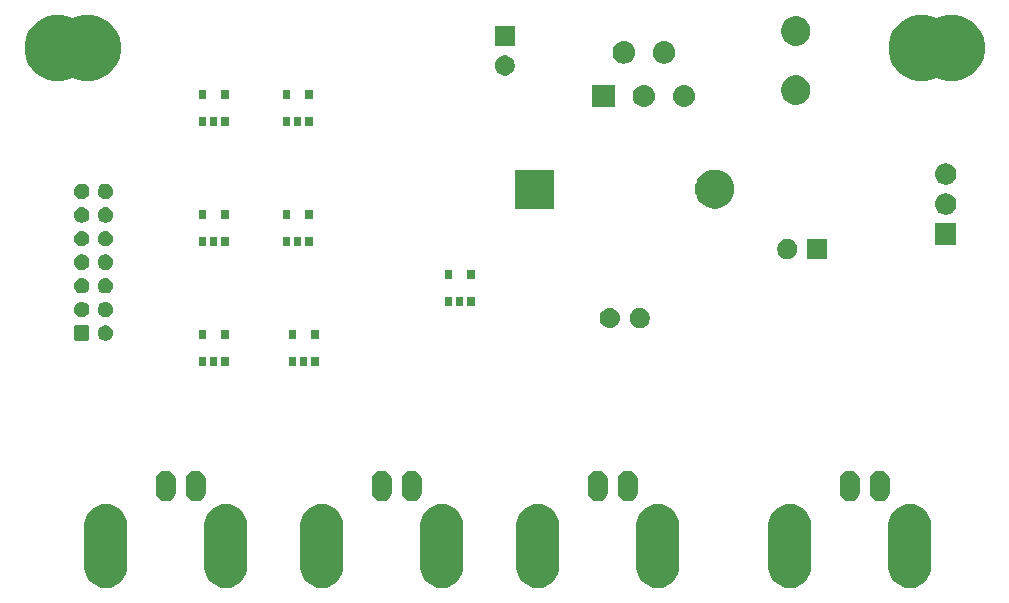
<source format=gbr>
G04 #@! TF.GenerationSoftware,KiCad,Pcbnew,5.0.2-bee76a0~70~ubuntu18.04.1*
G04 #@! TF.CreationDate,2019-03-10T17:41:35+00:00*
G04 #@! TF.ProjectId,Lcr_addon,4c63725f-6164-4646-9f6e-2e6b69636164,rev?*
G04 #@! TF.SameCoordinates,Original*
G04 #@! TF.FileFunction,Soldermask,Top*
G04 #@! TF.FilePolarity,Negative*
%FSLAX46Y46*%
G04 Gerber Fmt 4.6, Leading zero omitted, Abs format (unit mm)*
G04 Created by KiCad (PCBNEW 5.0.2-bee76a0~70~ubuntu18.04.1) date Sun 10 Mar 2019 17:41:35 GMT*
%MOMM*%
%LPD*%
G01*
G04 APERTURE LIST*
%ADD10C,0.100000*%
G04 APERTURE END LIST*
D10*
G36*
X45565058Y-95027059D02*
X45791385Y-95095714D01*
X45904549Y-95130042D01*
X46217425Y-95297279D01*
X46491661Y-95522339D01*
X46716721Y-95796575D01*
X46883958Y-96109451D01*
X46883958Y-96109452D01*
X46986941Y-96448942D01*
X47013000Y-96713525D01*
X47013000Y-100390475D01*
X46986941Y-100655058D01*
X46918286Y-100881385D01*
X46883958Y-100994549D01*
X46716721Y-101307425D01*
X46491661Y-101581661D01*
X46217425Y-101806721D01*
X45904548Y-101973958D01*
X45791384Y-102008286D01*
X45565057Y-102076941D01*
X45212000Y-102111714D01*
X44858942Y-102076941D01*
X44632615Y-102008286D01*
X44519451Y-101973958D01*
X44206575Y-101806721D01*
X43932339Y-101581661D01*
X43707279Y-101307425D01*
X43540042Y-100994548D01*
X43505714Y-100881384D01*
X43437059Y-100655057D01*
X43411000Y-100390474D01*
X43411001Y-96713525D01*
X43437060Y-96448942D01*
X43540043Y-96109452D01*
X43540043Y-96109451D01*
X43707280Y-95796575D01*
X43932340Y-95522339D01*
X44206576Y-95297279D01*
X44519452Y-95130042D01*
X44632616Y-95095714D01*
X44858943Y-95027059D01*
X45212000Y-94992286D01*
X45565058Y-95027059D01*
X45565058Y-95027059D01*
G37*
G36*
X55725058Y-95027059D02*
X55951385Y-95095714D01*
X56064549Y-95130042D01*
X56377425Y-95297279D01*
X56651661Y-95522339D01*
X56876721Y-95796575D01*
X57043958Y-96109451D01*
X57043958Y-96109452D01*
X57146941Y-96448942D01*
X57173000Y-96713525D01*
X57173000Y-100390475D01*
X57146941Y-100655058D01*
X57078286Y-100881385D01*
X57043958Y-100994549D01*
X56876721Y-101307425D01*
X56651661Y-101581661D01*
X56377425Y-101806721D01*
X56064548Y-101973958D01*
X55951384Y-102008286D01*
X55725057Y-102076941D01*
X55372000Y-102111714D01*
X55018942Y-102076941D01*
X54792615Y-102008286D01*
X54679451Y-101973958D01*
X54366575Y-101806721D01*
X54092339Y-101581661D01*
X53867279Y-101307425D01*
X53700042Y-100994548D01*
X53665714Y-100881384D01*
X53597059Y-100655057D01*
X53571000Y-100390474D01*
X53571001Y-96713525D01*
X53597060Y-96448942D01*
X53700043Y-96109452D01*
X53700043Y-96109451D01*
X53867280Y-95796575D01*
X54092340Y-95522339D01*
X54366576Y-95297279D01*
X54679452Y-95130042D01*
X54792616Y-95095714D01*
X55018943Y-95027059D01*
X55372000Y-94992286D01*
X55725058Y-95027059D01*
X55725058Y-95027059D01*
G37*
G36*
X103477058Y-95027059D02*
X103703385Y-95095714D01*
X103816549Y-95130042D01*
X104129425Y-95297279D01*
X104403661Y-95522339D01*
X104628721Y-95796575D01*
X104795958Y-96109451D01*
X104795958Y-96109452D01*
X104898941Y-96448942D01*
X104925000Y-96713525D01*
X104925000Y-100390475D01*
X104898941Y-100655058D01*
X104830286Y-100881385D01*
X104795958Y-100994549D01*
X104628721Y-101307425D01*
X104403661Y-101581661D01*
X104129425Y-101806721D01*
X103816548Y-101973958D01*
X103703384Y-102008286D01*
X103477057Y-102076941D01*
X103124000Y-102111714D01*
X102770942Y-102076941D01*
X102544615Y-102008286D01*
X102431451Y-101973958D01*
X102118575Y-101806721D01*
X101844339Y-101581661D01*
X101619279Y-101307425D01*
X101452042Y-100994548D01*
X101417714Y-100881384D01*
X101349059Y-100655057D01*
X101323000Y-100390474D01*
X101323001Y-96713525D01*
X101349060Y-96448942D01*
X101452043Y-96109452D01*
X101452043Y-96109451D01*
X101619280Y-95796575D01*
X101844340Y-95522339D01*
X102118576Y-95297279D01*
X102431452Y-95130042D01*
X102544616Y-95095714D01*
X102770943Y-95027059D01*
X103124000Y-94992286D01*
X103477058Y-95027059D01*
X103477058Y-95027059D01*
G37*
G36*
X113637058Y-95027059D02*
X113863385Y-95095714D01*
X113976549Y-95130042D01*
X114289425Y-95297279D01*
X114563661Y-95522339D01*
X114788721Y-95796575D01*
X114955958Y-96109451D01*
X114955958Y-96109452D01*
X115058941Y-96448942D01*
X115085000Y-96713525D01*
X115085000Y-100390475D01*
X115058941Y-100655058D01*
X114990286Y-100881385D01*
X114955958Y-100994549D01*
X114788721Y-101307425D01*
X114563661Y-101581661D01*
X114289425Y-101806721D01*
X113976548Y-101973958D01*
X113863384Y-102008286D01*
X113637057Y-102076941D01*
X113284000Y-102111714D01*
X112930942Y-102076941D01*
X112704615Y-102008286D01*
X112591451Y-101973958D01*
X112278575Y-101806721D01*
X112004339Y-101581661D01*
X111779279Y-101307425D01*
X111612042Y-100994548D01*
X111577714Y-100881384D01*
X111509059Y-100655057D01*
X111483000Y-100390474D01*
X111483001Y-96713525D01*
X111509060Y-96448942D01*
X111612043Y-96109452D01*
X111612043Y-96109451D01*
X111779280Y-95796575D01*
X112004340Y-95522339D01*
X112278576Y-95297279D01*
X112591452Y-95130042D01*
X112704616Y-95095714D01*
X112930943Y-95027059D01*
X113284000Y-94992286D01*
X113637058Y-95027059D01*
X113637058Y-95027059D01*
G37*
G36*
X82141058Y-95027059D02*
X82367385Y-95095714D01*
X82480549Y-95130042D01*
X82793425Y-95297279D01*
X83067661Y-95522339D01*
X83292721Y-95796575D01*
X83459958Y-96109451D01*
X83459958Y-96109452D01*
X83562941Y-96448942D01*
X83589000Y-96713525D01*
X83589000Y-100390475D01*
X83562941Y-100655058D01*
X83494286Y-100881385D01*
X83459958Y-100994549D01*
X83292721Y-101307425D01*
X83067661Y-101581661D01*
X82793425Y-101806721D01*
X82480548Y-101973958D01*
X82367384Y-102008286D01*
X82141057Y-102076941D01*
X81788000Y-102111714D01*
X81434942Y-102076941D01*
X81208615Y-102008286D01*
X81095451Y-101973958D01*
X80782575Y-101806721D01*
X80508339Y-101581661D01*
X80283279Y-101307425D01*
X80116042Y-100994548D01*
X80081714Y-100881384D01*
X80013059Y-100655057D01*
X79987000Y-100390474D01*
X79987001Y-96713525D01*
X80013060Y-96448942D01*
X80116043Y-96109452D01*
X80116043Y-96109451D01*
X80283280Y-95796575D01*
X80508340Y-95522339D01*
X80782576Y-95297279D01*
X81095452Y-95130042D01*
X81208616Y-95095714D01*
X81434943Y-95027059D01*
X81788000Y-94992286D01*
X82141058Y-95027059D01*
X82141058Y-95027059D01*
G37*
G36*
X74013058Y-95027059D02*
X74239385Y-95095714D01*
X74352549Y-95130042D01*
X74665425Y-95297279D01*
X74939661Y-95522339D01*
X75164721Y-95796575D01*
X75331958Y-96109451D01*
X75331958Y-96109452D01*
X75434941Y-96448942D01*
X75461000Y-96713525D01*
X75461000Y-100390475D01*
X75434941Y-100655058D01*
X75366286Y-100881385D01*
X75331958Y-100994549D01*
X75164721Y-101307425D01*
X74939661Y-101581661D01*
X74665425Y-101806721D01*
X74352548Y-101973958D01*
X74239384Y-102008286D01*
X74013057Y-102076941D01*
X73660000Y-102111714D01*
X73306942Y-102076941D01*
X73080615Y-102008286D01*
X72967451Y-101973958D01*
X72654575Y-101806721D01*
X72380339Y-101581661D01*
X72155279Y-101307425D01*
X71988042Y-100994548D01*
X71953714Y-100881384D01*
X71885059Y-100655057D01*
X71859000Y-100390474D01*
X71859001Y-96713525D01*
X71885060Y-96448942D01*
X71988043Y-96109452D01*
X71988043Y-96109451D01*
X72155280Y-95796575D01*
X72380340Y-95522339D01*
X72654576Y-95297279D01*
X72967452Y-95130042D01*
X73080616Y-95095714D01*
X73306943Y-95027059D01*
X73660000Y-94992286D01*
X74013058Y-95027059D01*
X74013058Y-95027059D01*
G37*
G36*
X63853058Y-95027059D02*
X64079385Y-95095714D01*
X64192549Y-95130042D01*
X64505425Y-95297279D01*
X64779661Y-95522339D01*
X65004721Y-95796575D01*
X65171958Y-96109451D01*
X65171958Y-96109452D01*
X65274941Y-96448942D01*
X65301000Y-96713525D01*
X65301000Y-100390475D01*
X65274941Y-100655058D01*
X65206286Y-100881385D01*
X65171958Y-100994549D01*
X65004721Y-101307425D01*
X64779661Y-101581661D01*
X64505425Y-101806721D01*
X64192548Y-101973958D01*
X64079384Y-102008286D01*
X63853057Y-102076941D01*
X63500000Y-102111714D01*
X63146942Y-102076941D01*
X62920615Y-102008286D01*
X62807451Y-101973958D01*
X62494575Y-101806721D01*
X62220339Y-101581661D01*
X61995279Y-101307425D01*
X61828042Y-100994548D01*
X61793714Y-100881384D01*
X61725059Y-100655057D01*
X61699000Y-100390474D01*
X61699001Y-96713525D01*
X61725060Y-96448942D01*
X61828043Y-96109452D01*
X61828043Y-96109451D01*
X61995280Y-95796575D01*
X62220340Y-95522339D01*
X62494576Y-95297279D01*
X62807452Y-95130042D01*
X62920616Y-95095714D01*
X63146943Y-95027059D01*
X63500000Y-94992286D01*
X63853058Y-95027059D01*
X63853058Y-95027059D01*
G37*
G36*
X92301058Y-95027059D02*
X92527385Y-95095714D01*
X92640549Y-95130042D01*
X92953425Y-95297279D01*
X93227661Y-95522339D01*
X93452721Y-95796575D01*
X93619958Y-96109451D01*
X93619958Y-96109452D01*
X93722941Y-96448942D01*
X93749000Y-96713525D01*
X93749000Y-100390475D01*
X93722941Y-100655058D01*
X93654286Y-100881385D01*
X93619958Y-100994549D01*
X93452721Y-101307425D01*
X93227661Y-101581661D01*
X92953425Y-101806721D01*
X92640548Y-101973958D01*
X92527384Y-102008286D01*
X92301057Y-102076941D01*
X91948000Y-102111714D01*
X91594942Y-102076941D01*
X91368615Y-102008286D01*
X91255451Y-101973958D01*
X90942575Y-101806721D01*
X90668339Y-101581661D01*
X90443279Y-101307425D01*
X90276042Y-100994548D01*
X90241714Y-100881384D01*
X90173059Y-100655057D01*
X90147000Y-100390474D01*
X90147001Y-96713525D01*
X90173060Y-96448942D01*
X90276043Y-96109452D01*
X90276043Y-96109451D01*
X90443280Y-95796575D01*
X90668340Y-95522339D01*
X90942576Y-95297279D01*
X91255452Y-95130042D01*
X91368616Y-95095714D01*
X91594943Y-95027059D01*
X91948000Y-94992286D01*
X92301058Y-95027059D01*
X92301058Y-95027059D01*
G37*
G36*
X89574821Y-92183313D02*
X89574824Y-92183314D01*
X89574825Y-92183314D01*
X89735239Y-92231975D01*
X89735241Y-92231976D01*
X89735244Y-92231977D01*
X89883078Y-92310995D01*
X90012659Y-92417341D01*
X90119005Y-92546922D01*
X90198023Y-92694756D01*
X90246687Y-92855179D01*
X90259000Y-92980197D01*
X90259000Y-93963804D01*
X90246687Y-94088821D01*
X90198023Y-94249244D01*
X90119005Y-94397078D01*
X90012659Y-94526659D01*
X89883078Y-94633005D01*
X89735243Y-94712023D01*
X89735240Y-94712024D01*
X89735238Y-94712025D01*
X89574824Y-94760686D01*
X89574823Y-94760686D01*
X89574820Y-94760687D01*
X89408000Y-94777117D01*
X89241179Y-94760687D01*
X89241176Y-94760686D01*
X89241175Y-94760686D01*
X89080761Y-94712025D01*
X89080759Y-94712024D01*
X89080756Y-94712023D01*
X88932922Y-94633005D01*
X88803341Y-94526659D01*
X88696995Y-94397078D01*
X88617977Y-94249243D01*
X88569315Y-94088825D01*
X88569314Y-94088824D01*
X88569314Y-94088823D01*
X88569313Y-94088820D01*
X88557000Y-93963803D01*
X88557000Y-92980197D01*
X88569314Y-92855179D01*
X88617978Y-92694756D01*
X88696996Y-92546922D01*
X88803342Y-92417341D01*
X88932923Y-92310995D01*
X89080757Y-92231977D01*
X89080760Y-92231976D01*
X89080762Y-92231975D01*
X89241176Y-92183314D01*
X89241177Y-92183314D01*
X89241180Y-92183313D01*
X89408000Y-92166883D01*
X89574821Y-92183313D01*
X89574821Y-92183313D01*
G37*
G36*
X110910821Y-92183313D02*
X110910824Y-92183314D01*
X110910825Y-92183314D01*
X111071239Y-92231975D01*
X111071241Y-92231976D01*
X111071244Y-92231977D01*
X111219078Y-92310995D01*
X111348659Y-92417341D01*
X111455005Y-92546922D01*
X111534023Y-92694756D01*
X111582687Y-92855179D01*
X111595000Y-92980197D01*
X111595000Y-93963804D01*
X111582687Y-94088821D01*
X111534023Y-94249244D01*
X111455005Y-94397078D01*
X111348659Y-94526659D01*
X111219078Y-94633005D01*
X111071243Y-94712023D01*
X111071240Y-94712024D01*
X111071238Y-94712025D01*
X110910824Y-94760686D01*
X110910823Y-94760686D01*
X110910820Y-94760687D01*
X110744000Y-94777117D01*
X110577179Y-94760687D01*
X110577176Y-94760686D01*
X110577175Y-94760686D01*
X110416761Y-94712025D01*
X110416759Y-94712024D01*
X110416756Y-94712023D01*
X110268922Y-94633005D01*
X110139341Y-94526659D01*
X110032995Y-94397078D01*
X109953977Y-94249243D01*
X109905315Y-94088825D01*
X109905314Y-94088824D01*
X109905314Y-94088823D01*
X109905313Y-94088820D01*
X109893000Y-93963803D01*
X109893000Y-92980197D01*
X109905314Y-92855179D01*
X109953978Y-92694756D01*
X110032996Y-92546922D01*
X110139342Y-92417341D01*
X110268923Y-92310995D01*
X110416757Y-92231977D01*
X110416760Y-92231976D01*
X110416762Y-92231975D01*
X110577176Y-92183314D01*
X110577177Y-92183314D01*
X110577180Y-92183313D01*
X110744000Y-92166883D01*
X110910821Y-92183313D01*
X110910821Y-92183313D01*
G37*
G36*
X50458821Y-92183313D02*
X50458824Y-92183314D01*
X50458825Y-92183314D01*
X50619239Y-92231975D01*
X50619241Y-92231976D01*
X50619244Y-92231977D01*
X50767078Y-92310995D01*
X50896659Y-92417341D01*
X51003005Y-92546922D01*
X51082023Y-92694756D01*
X51130687Y-92855179D01*
X51143000Y-92980197D01*
X51143000Y-93963804D01*
X51130687Y-94088821D01*
X51082023Y-94249244D01*
X51003005Y-94397078D01*
X50896659Y-94526659D01*
X50767078Y-94633005D01*
X50619243Y-94712023D01*
X50619240Y-94712024D01*
X50619238Y-94712025D01*
X50458824Y-94760686D01*
X50458823Y-94760686D01*
X50458820Y-94760687D01*
X50292000Y-94777117D01*
X50125179Y-94760687D01*
X50125176Y-94760686D01*
X50125175Y-94760686D01*
X49964761Y-94712025D01*
X49964759Y-94712024D01*
X49964756Y-94712023D01*
X49816922Y-94633005D01*
X49687341Y-94526659D01*
X49580995Y-94397078D01*
X49501977Y-94249243D01*
X49453315Y-94088825D01*
X49453314Y-94088824D01*
X49453314Y-94088823D01*
X49453313Y-94088820D01*
X49441000Y-93963803D01*
X49441000Y-92980197D01*
X49453314Y-92855179D01*
X49501978Y-92694756D01*
X49580996Y-92546922D01*
X49687342Y-92417341D01*
X49816923Y-92310995D01*
X49964757Y-92231977D01*
X49964760Y-92231976D01*
X49964762Y-92231975D01*
X50125176Y-92183314D01*
X50125177Y-92183314D01*
X50125180Y-92183313D01*
X50292000Y-92166883D01*
X50458821Y-92183313D01*
X50458821Y-92183313D01*
G37*
G36*
X52998821Y-92183313D02*
X52998824Y-92183314D01*
X52998825Y-92183314D01*
X53159239Y-92231975D01*
X53159241Y-92231976D01*
X53159244Y-92231977D01*
X53307078Y-92310995D01*
X53436659Y-92417341D01*
X53543005Y-92546922D01*
X53622023Y-92694756D01*
X53670687Y-92855179D01*
X53683000Y-92980197D01*
X53683000Y-93963804D01*
X53670687Y-94088821D01*
X53622023Y-94249244D01*
X53543005Y-94397078D01*
X53436659Y-94526659D01*
X53307078Y-94633005D01*
X53159243Y-94712023D01*
X53159240Y-94712024D01*
X53159238Y-94712025D01*
X52998824Y-94760686D01*
X52998823Y-94760686D01*
X52998820Y-94760687D01*
X52832000Y-94777117D01*
X52665179Y-94760687D01*
X52665176Y-94760686D01*
X52665175Y-94760686D01*
X52504761Y-94712025D01*
X52504759Y-94712024D01*
X52504756Y-94712023D01*
X52356922Y-94633005D01*
X52227341Y-94526659D01*
X52120995Y-94397078D01*
X52041977Y-94249243D01*
X51993315Y-94088825D01*
X51993314Y-94088824D01*
X51993314Y-94088823D01*
X51993313Y-94088820D01*
X51981000Y-93963803D01*
X51981000Y-92980197D01*
X51993314Y-92855179D01*
X52041978Y-92694756D01*
X52120996Y-92546922D01*
X52227342Y-92417341D01*
X52356923Y-92310995D01*
X52504757Y-92231977D01*
X52504760Y-92231976D01*
X52504762Y-92231975D01*
X52665176Y-92183314D01*
X52665177Y-92183314D01*
X52665180Y-92183313D01*
X52832000Y-92166883D01*
X52998821Y-92183313D01*
X52998821Y-92183313D01*
G37*
G36*
X68746821Y-92183313D02*
X68746824Y-92183314D01*
X68746825Y-92183314D01*
X68907239Y-92231975D01*
X68907241Y-92231976D01*
X68907244Y-92231977D01*
X69055078Y-92310995D01*
X69184659Y-92417341D01*
X69291005Y-92546922D01*
X69370023Y-92694756D01*
X69418687Y-92855179D01*
X69431000Y-92980197D01*
X69431000Y-93963804D01*
X69418687Y-94088821D01*
X69370023Y-94249244D01*
X69291005Y-94397078D01*
X69184659Y-94526659D01*
X69055078Y-94633005D01*
X68907243Y-94712023D01*
X68907240Y-94712024D01*
X68907238Y-94712025D01*
X68746824Y-94760686D01*
X68746823Y-94760686D01*
X68746820Y-94760687D01*
X68580000Y-94777117D01*
X68413179Y-94760687D01*
X68413176Y-94760686D01*
X68413175Y-94760686D01*
X68252761Y-94712025D01*
X68252759Y-94712024D01*
X68252756Y-94712023D01*
X68104922Y-94633005D01*
X67975341Y-94526659D01*
X67868995Y-94397078D01*
X67789977Y-94249243D01*
X67741315Y-94088825D01*
X67741314Y-94088824D01*
X67741314Y-94088823D01*
X67741313Y-94088820D01*
X67729000Y-93963803D01*
X67729000Y-92980197D01*
X67741314Y-92855179D01*
X67789978Y-92694756D01*
X67868996Y-92546922D01*
X67975342Y-92417341D01*
X68104923Y-92310995D01*
X68252757Y-92231977D01*
X68252760Y-92231976D01*
X68252762Y-92231975D01*
X68413176Y-92183314D01*
X68413177Y-92183314D01*
X68413180Y-92183313D01*
X68580000Y-92166883D01*
X68746821Y-92183313D01*
X68746821Y-92183313D01*
G37*
G36*
X71286821Y-92183313D02*
X71286824Y-92183314D01*
X71286825Y-92183314D01*
X71447239Y-92231975D01*
X71447241Y-92231976D01*
X71447244Y-92231977D01*
X71595078Y-92310995D01*
X71724659Y-92417341D01*
X71831005Y-92546922D01*
X71910023Y-92694756D01*
X71958687Y-92855179D01*
X71971000Y-92980197D01*
X71971000Y-93963804D01*
X71958687Y-94088821D01*
X71910023Y-94249244D01*
X71831005Y-94397078D01*
X71724659Y-94526659D01*
X71595078Y-94633005D01*
X71447243Y-94712023D01*
X71447240Y-94712024D01*
X71447238Y-94712025D01*
X71286824Y-94760686D01*
X71286823Y-94760686D01*
X71286820Y-94760687D01*
X71120000Y-94777117D01*
X70953179Y-94760687D01*
X70953176Y-94760686D01*
X70953175Y-94760686D01*
X70792761Y-94712025D01*
X70792759Y-94712024D01*
X70792756Y-94712023D01*
X70644922Y-94633005D01*
X70515341Y-94526659D01*
X70408995Y-94397078D01*
X70329977Y-94249243D01*
X70281315Y-94088825D01*
X70281314Y-94088824D01*
X70281314Y-94088823D01*
X70281313Y-94088820D01*
X70269000Y-93963803D01*
X70269000Y-92980197D01*
X70281314Y-92855179D01*
X70329978Y-92694756D01*
X70408996Y-92546922D01*
X70515342Y-92417341D01*
X70644923Y-92310995D01*
X70792757Y-92231977D01*
X70792760Y-92231976D01*
X70792762Y-92231975D01*
X70953176Y-92183314D01*
X70953177Y-92183314D01*
X70953180Y-92183313D01*
X71120000Y-92166883D01*
X71286821Y-92183313D01*
X71286821Y-92183313D01*
G37*
G36*
X87034821Y-92183313D02*
X87034824Y-92183314D01*
X87034825Y-92183314D01*
X87195239Y-92231975D01*
X87195241Y-92231976D01*
X87195244Y-92231977D01*
X87343078Y-92310995D01*
X87472659Y-92417341D01*
X87579005Y-92546922D01*
X87658023Y-92694756D01*
X87706687Y-92855179D01*
X87719000Y-92980197D01*
X87719000Y-93963804D01*
X87706687Y-94088821D01*
X87658023Y-94249244D01*
X87579005Y-94397078D01*
X87472659Y-94526659D01*
X87343078Y-94633005D01*
X87195243Y-94712023D01*
X87195240Y-94712024D01*
X87195238Y-94712025D01*
X87034824Y-94760686D01*
X87034823Y-94760686D01*
X87034820Y-94760687D01*
X86868000Y-94777117D01*
X86701179Y-94760687D01*
X86701176Y-94760686D01*
X86701175Y-94760686D01*
X86540761Y-94712025D01*
X86540759Y-94712024D01*
X86540756Y-94712023D01*
X86392922Y-94633005D01*
X86263341Y-94526659D01*
X86156995Y-94397078D01*
X86077977Y-94249243D01*
X86029315Y-94088825D01*
X86029314Y-94088824D01*
X86029314Y-94088823D01*
X86029313Y-94088820D01*
X86017000Y-93963803D01*
X86017000Y-92980197D01*
X86029314Y-92855179D01*
X86077978Y-92694756D01*
X86156996Y-92546922D01*
X86263342Y-92417341D01*
X86392923Y-92310995D01*
X86540757Y-92231977D01*
X86540760Y-92231976D01*
X86540762Y-92231975D01*
X86701176Y-92183314D01*
X86701177Y-92183314D01*
X86701180Y-92183313D01*
X86868000Y-92166883D01*
X87034821Y-92183313D01*
X87034821Y-92183313D01*
G37*
G36*
X108370821Y-92183313D02*
X108370824Y-92183314D01*
X108370825Y-92183314D01*
X108531239Y-92231975D01*
X108531241Y-92231976D01*
X108531244Y-92231977D01*
X108679078Y-92310995D01*
X108808659Y-92417341D01*
X108915005Y-92546922D01*
X108994023Y-92694756D01*
X109042687Y-92855179D01*
X109055000Y-92980197D01*
X109055000Y-93963804D01*
X109042687Y-94088821D01*
X108994023Y-94249244D01*
X108915005Y-94397078D01*
X108808659Y-94526659D01*
X108679078Y-94633005D01*
X108531243Y-94712023D01*
X108531240Y-94712024D01*
X108531238Y-94712025D01*
X108370824Y-94760686D01*
X108370823Y-94760686D01*
X108370820Y-94760687D01*
X108204000Y-94777117D01*
X108037179Y-94760687D01*
X108037176Y-94760686D01*
X108037175Y-94760686D01*
X107876761Y-94712025D01*
X107876759Y-94712024D01*
X107876756Y-94712023D01*
X107728922Y-94633005D01*
X107599341Y-94526659D01*
X107492995Y-94397078D01*
X107413977Y-94249243D01*
X107365315Y-94088825D01*
X107365314Y-94088824D01*
X107365314Y-94088823D01*
X107365313Y-94088820D01*
X107353000Y-93963803D01*
X107353000Y-92980197D01*
X107365314Y-92855179D01*
X107413978Y-92694756D01*
X107492996Y-92546922D01*
X107599342Y-92417341D01*
X107728923Y-92310995D01*
X107876757Y-92231977D01*
X107876760Y-92231976D01*
X107876762Y-92231975D01*
X108037176Y-92183314D01*
X108037177Y-92183314D01*
X108037180Y-92183313D01*
X108204000Y-92166883D01*
X108370821Y-92183313D01*
X108370821Y-92183313D01*
G37*
G36*
X62282000Y-83349000D02*
X61670000Y-83349000D01*
X61670000Y-82547000D01*
X62282000Y-82547000D01*
X62282000Y-83349000D01*
X62282000Y-83349000D01*
G37*
G36*
X63232000Y-83349000D02*
X62620000Y-83349000D01*
X62620000Y-82547000D01*
X63232000Y-82547000D01*
X63232000Y-83349000D01*
X63232000Y-83349000D01*
G37*
G36*
X61332000Y-83349000D02*
X60720000Y-83349000D01*
X60720000Y-82547000D01*
X61332000Y-82547000D01*
X61332000Y-83349000D01*
X61332000Y-83349000D01*
G37*
G36*
X55612000Y-83349000D02*
X55000000Y-83349000D01*
X55000000Y-82547000D01*
X55612000Y-82547000D01*
X55612000Y-83349000D01*
X55612000Y-83349000D01*
G37*
G36*
X54662000Y-83349000D02*
X54050000Y-83349000D01*
X54050000Y-82547000D01*
X54662000Y-82547000D01*
X54662000Y-83349000D01*
X54662000Y-83349000D01*
G37*
G36*
X53712000Y-83349000D02*
X53100000Y-83349000D01*
X53100000Y-82547000D01*
X53712000Y-82547000D01*
X53712000Y-83349000D01*
X53712000Y-83349000D01*
G37*
G36*
X45369890Y-79892017D02*
X45488361Y-79941089D01*
X45488364Y-79941091D01*
X45579741Y-80002147D01*
X45594992Y-80012338D01*
X45685662Y-80103008D01*
X45685664Y-80103011D01*
X45685665Y-80103012D01*
X45756909Y-80209636D01*
X45756911Y-80209639D01*
X45805983Y-80328110D01*
X45831000Y-80453881D01*
X45831000Y-80582119D01*
X45805983Y-80707890D01*
X45756911Y-80826361D01*
X45756909Y-80826364D01*
X45709210Y-80897751D01*
X45685662Y-80932992D01*
X45594992Y-81023662D01*
X45594989Y-81023664D01*
X45594988Y-81023665D01*
X45561054Y-81046339D01*
X45488361Y-81094911D01*
X45369890Y-81143983D01*
X45244119Y-81169000D01*
X45115881Y-81169000D01*
X44990110Y-81143983D01*
X44871639Y-81094911D01*
X44798946Y-81046339D01*
X44765012Y-81023665D01*
X44765011Y-81023664D01*
X44765008Y-81023662D01*
X44674338Y-80932992D01*
X44650791Y-80897751D01*
X44603091Y-80826364D01*
X44603089Y-80826361D01*
X44554017Y-80707890D01*
X44529000Y-80582119D01*
X44529000Y-80453881D01*
X44554017Y-80328110D01*
X44603089Y-80209639D01*
X44603091Y-80209636D01*
X44674335Y-80103012D01*
X44674336Y-80103011D01*
X44674338Y-80103008D01*
X44765008Y-80012338D01*
X44780260Y-80002147D01*
X44871636Y-79941091D01*
X44871639Y-79941089D01*
X44990110Y-79892017D01*
X45115881Y-79867000D01*
X45244119Y-79867000D01*
X45369890Y-79892017D01*
X45369890Y-79892017D01*
G37*
G36*
X43671242Y-79871404D02*
X43708339Y-79882657D01*
X43742520Y-79900927D01*
X43772482Y-79925518D01*
X43797073Y-79955480D01*
X43815343Y-79989661D01*
X43826596Y-80026758D01*
X43831000Y-80071473D01*
X43831000Y-80964527D01*
X43826596Y-81009242D01*
X43815343Y-81046339D01*
X43797073Y-81080520D01*
X43772482Y-81110482D01*
X43742520Y-81135073D01*
X43708339Y-81153343D01*
X43671242Y-81164596D01*
X43626527Y-81169000D01*
X42733473Y-81169000D01*
X42688758Y-81164596D01*
X42651661Y-81153343D01*
X42617480Y-81135073D01*
X42587518Y-81110482D01*
X42562927Y-81080520D01*
X42544657Y-81046339D01*
X42533404Y-81009242D01*
X42529000Y-80964527D01*
X42529000Y-80071473D01*
X42533404Y-80026758D01*
X42544657Y-79989661D01*
X42562927Y-79955480D01*
X42587518Y-79925518D01*
X42617480Y-79900927D01*
X42651661Y-79882657D01*
X42688758Y-79871404D01*
X42733473Y-79867000D01*
X43626527Y-79867000D01*
X43671242Y-79871404D01*
X43671242Y-79871404D01*
G37*
G36*
X55612000Y-81029000D02*
X55000000Y-81029000D01*
X55000000Y-80227000D01*
X55612000Y-80227000D01*
X55612000Y-81029000D01*
X55612000Y-81029000D01*
G37*
G36*
X53712000Y-81029000D02*
X53100000Y-81029000D01*
X53100000Y-80227000D01*
X53712000Y-80227000D01*
X53712000Y-81029000D01*
X53712000Y-81029000D01*
G37*
G36*
X61332000Y-81029000D02*
X60720000Y-81029000D01*
X60720000Y-80227000D01*
X61332000Y-80227000D01*
X61332000Y-81029000D01*
X61332000Y-81029000D01*
G37*
G36*
X63232000Y-81029000D02*
X62620000Y-81029000D01*
X62620000Y-80227000D01*
X63232000Y-80227000D01*
X63232000Y-81029000D01*
X63232000Y-81029000D01*
G37*
G36*
X90672228Y-78429703D02*
X90827100Y-78493853D01*
X90966481Y-78586985D01*
X91085015Y-78705519D01*
X91178147Y-78844900D01*
X91242297Y-78999772D01*
X91275000Y-79164184D01*
X91275000Y-79331816D01*
X91242297Y-79496228D01*
X91178147Y-79651100D01*
X91085015Y-79790481D01*
X90966481Y-79909015D01*
X90827100Y-80002147D01*
X90672228Y-80066297D01*
X90507816Y-80099000D01*
X90340184Y-80099000D01*
X90175772Y-80066297D01*
X90020900Y-80002147D01*
X89881519Y-79909015D01*
X89762985Y-79790481D01*
X89669853Y-79651100D01*
X89605703Y-79496228D01*
X89573000Y-79331816D01*
X89573000Y-79164184D01*
X89605703Y-78999772D01*
X89669853Y-78844900D01*
X89762985Y-78705519D01*
X89881519Y-78586985D01*
X90020900Y-78493853D01*
X90175772Y-78429703D01*
X90340184Y-78397000D01*
X90507816Y-78397000D01*
X90672228Y-78429703D01*
X90672228Y-78429703D01*
G37*
G36*
X88050821Y-78409313D02*
X88050824Y-78409314D01*
X88050825Y-78409314D01*
X88211239Y-78457975D01*
X88211241Y-78457976D01*
X88211244Y-78457977D01*
X88359078Y-78536995D01*
X88488659Y-78643341D01*
X88595005Y-78772922D01*
X88674023Y-78920756D01*
X88674024Y-78920759D01*
X88674025Y-78920761D01*
X88722686Y-79081175D01*
X88722687Y-79081179D01*
X88739117Y-79248000D01*
X88722687Y-79414821D01*
X88722686Y-79414824D01*
X88722686Y-79414825D01*
X88697993Y-79496228D01*
X88674023Y-79575244D01*
X88595005Y-79723078D01*
X88488659Y-79852659D01*
X88359078Y-79959005D01*
X88211244Y-80038023D01*
X88211241Y-80038024D01*
X88211239Y-80038025D01*
X88050825Y-80086686D01*
X88050824Y-80086686D01*
X88050821Y-80086687D01*
X87925804Y-80099000D01*
X87842196Y-80099000D01*
X87717179Y-80086687D01*
X87717176Y-80086686D01*
X87717175Y-80086686D01*
X87556761Y-80038025D01*
X87556759Y-80038024D01*
X87556756Y-80038023D01*
X87408922Y-79959005D01*
X87279341Y-79852659D01*
X87172995Y-79723078D01*
X87093977Y-79575244D01*
X87070008Y-79496228D01*
X87045314Y-79414825D01*
X87045314Y-79414824D01*
X87045313Y-79414821D01*
X87028883Y-79248000D01*
X87045313Y-79081179D01*
X87045314Y-79081175D01*
X87093975Y-78920761D01*
X87093976Y-78920759D01*
X87093977Y-78920756D01*
X87172995Y-78772922D01*
X87279341Y-78643341D01*
X87408922Y-78536995D01*
X87556756Y-78457977D01*
X87556759Y-78457976D01*
X87556761Y-78457975D01*
X87717175Y-78409314D01*
X87717176Y-78409314D01*
X87717179Y-78409313D01*
X87842196Y-78397000D01*
X87925804Y-78397000D01*
X88050821Y-78409313D01*
X88050821Y-78409313D01*
G37*
G36*
X43369890Y-77892017D02*
X43488361Y-77941089D01*
X43594992Y-78012338D01*
X43685662Y-78103008D01*
X43756911Y-78209639D01*
X43805983Y-78328110D01*
X43831000Y-78453881D01*
X43831000Y-78582119D01*
X43805983Y-78707890D01*
X43756911Y-78826361D01*
X43685662Y-78932992D01*
X43594992Y-79023662D01*
X43488361Y-79094911D01*
X43369890Y-79143983D01*
X43244119Y-79169000D01*
X43115881Y-79169000D01*
X42990110Y-79143983D01*
X42871639Y-79094911D01*
X42765008Y-79023662D01*
X42674338Y-78932992D01*
X42603089Y-78826361D01*
X42554017Y-78707890D01*
X42529000Y-78582119D01*
X42529000Y-78453881D01*
X42554017Y-78328110D01*
X42603089Y-78209639D01*
X42674338Y-78103008D01*
X42765008Y-78012338D01*
X42871639Y-77941089D01*
X42990110Y-77892017D01*
X43115881Y-77867000D01*
X43244119Y-77867000D01*
X43369890Y-77892017D01*
X43369890Y-77892017D01*
G37*
G36*
X45369890Y-77892017D02*
X45488361Y-77941089D01*
X45594992Y-78012338D01*
X45685662Y-78103008D01*
X45756911Y-78209639D01*
X45805983Y-78328110D01*
X45831000Y-78453881D01*
X45831000Y-78582119D01*
X45805983Y-78707890D01*
X45756911Y-78826361D01*
X45685662Y-78932992D01*
X45594992Y-79023662D01*
X45488361Y-79094911D01*
X45369890Y-79143983D01*
X45244119Y-79169000D01*
X45115881Y-79169000D01*
X44990110Y-79143983D01*
X44871639Y-79094911D01*
X44765008Y-79023662D01*
X44674338Y-78932992D01*
X44603089Y-78826361D01*
X44554017Y-78707890D01*
X44529000Y-78582119D01*
X44529000Y-78453881D01*
X44554017Y-78328110D01*
X44603089Y-78209639D01*
X44674338Y-78103008D01*
X44765008Y-78012338D01*
X44871639Y-77941089D01*
X44990110Y-77892017D01*
X45115881Y-77867000D01*
X45244119Y-77867000D01*
X45369890Y-77892017D01*
X45369890Y-77892017D01*
G37*
G36*
X75490000Y-78269000D02*
X74878000Y-78269000D01*
X74878000Y-77467000D01*
X75490000Y-77467000D01*
X75490000Y-78269000D01*
X75490000Y-78269000D01*
G37*
G36*
X76440000Y-78269000D02*
X75828000Y-78269000D01*
X75828000Y-77467000D01*
X76440000Y-77467000D01*
X76440000Y-78269000D01*
X76440000Y-78269000D01*
G37*
G36*
X74540000Y-78269000D02*
X73928000Y-78269000D01*
X73928000Y-77467000D01*
X74540000Y-77467000D01*
X74540000Y-78269000D01*
X74540000Y-78269000D01*
G37*
G36*
X45369890Y-75892017D02*
X45488361Y-75941089D01*
X45594992Y-76012338D01*
X45685662Y-76103008D01*
X45756911Y-76209639D01*
X45805983Y-76328110D01*
X45831000Y-76453881D01*
X45831000Y-76582119D01*
X45805983Y-76707890D01*
X45756911Y-76826361D01*
X45685662Y-76932992D01*
X45594992Y-77023662D01*
X45488361Y-77094911D01*
X45369890Y-77143983D01*
X45244119Y-77169000D01*
X45115881Y-77169000D01*
X44990110Y-77143983D01*
X44871639Y-77094911D01*
X44765008Y-77023662D01*
X44674338Y-76932992D01*
X44603089Y-76826361D01*
X44554017Y-76707890D01*
X44529000Y-76582119D01*
X44529000Y-76453881D01*
X44554017Y-76328110D01*
X44603089Y-76209639D01*
X44674338Y-76103008D01*
X44765008Y-76012338D01*
X44871639Y-75941089D01*
X44990110Y-75892017D01*
X45115881Y-75867000D01*
X45244119Y-75867000D01*
X45369890Y-75892017D01*
X45369890Y-75892017D01*
G37*
G36*
X43369890Y-75892017D02*
X43488361Y-75941089D01*
X43594992Y-76012338D01*
X43685662Y-76103008D01*
X43756911Y-76209639D01*
X43805983Y-76328110D01*
X43831000Y-76453881D01*
X43831000Y-76582119D01*
X43805983Y-76707890D01*
X43756911Y-76826361D01*
X43685662Y-76932992D01*
X43594992Y-77023662D01*
X43488361Y-77094911D01*
X43369890Y-77143983D01*
X43244119Y-77169000D01*
X43115881Y-77169000D01*
X42990110Y-77143983D01*
X42871639Y-77094911D01*
X42765008Y-77023662D01*
X42674338Y-76932992D01*
X42603089Y-76826361D01*
X42554017Y-76707890D01*
X42529000Y-76582119D01*
X42529000Y-76453881D01*
X42554017Y-76328110D01*
X42603089Y-76209639D01*
X42674338Y-76103008D01*
X42765008Y-76012338D01*
X42871639Y-75941089D01*
X42990110Y-75892017D01*
X43115881Y-75867000D01*
X43244119Y-75867000D01*
X43369890Y-75892017D01*
X43369890Y-75892017D01*
G37*
G36*
X76440000Y-75949000D02*
X75828000Y-75949000D01*
X75828000Y-75147000D01*
X76440000Y-75147000D01*
X76440000Y-75949000D01*
X76440000Y-75949000D01*
G37*
G36*
X74540000Y-75949000D02*
X73928000Y-75949000D01*
X73928000Y-75147000D01*
X74540000Y-75147000D01*
X74540000Y-75949000D01*
X74540000Y-75949000D01*
G37*
G36*
X45369890Y-73892017D02*
X45488361Y-73941089D01*
X45594992Y-74012338D01*
X45685662Y-74103008D01*
X45756911Y-74209639D01*
X45805983Y-74328110D01*
X45831000Y-74453881D01*
X45831000Y-74582119D01*
X45805983Y-74707890D01*
X45756911Y-74826361D01*
X45685662Y-74932992D01*
X45594992Y-75023662D01*
X45488361Y-75094911D01*
X45369890Y-75143983D01*
X45244119Y-75169000D01*
X45115881Y-75169000D01*
X44990110Y-75143983D01*
X44871639Y-75094911D01*
X44765008Y-75023662D01*
X44674338Y-74932992D01*
X44603089Y-74826361D01*
X44554017Y-74707890D01*
X44529000Y-74582119D01*
X44529000Y-74453881D01*
X44554017Y-74328110D01*
X44603089Y-74209639D01*
X44674338Y-74103008D01*
X44765008Y-74012338D01*
X44871639Y-73941089D01*
X44990110Y-73892017D01*
X45115881Y-73867000D01*
X45244119Y-73867000D01*
X45369890Y-73892017D01*
X45369890Y-73892017D01*
G37*
G36*
X43369890Y-73892017D02*
X43488361Y-73941089D01*
X43594992Y-74012338D01*
X43685662Y-74103008D01*
X43756911Y-74209639D01*
X43805983Y-74328110D01*
X43831000Y-74453881D01*
X43831000Y-74582119D01*
X43805983Y-74707890D01*
X43756911Y-74826361D01*
X43685662Y-74932992D01*
X43594992Y-75023662D01*
X43488361Y-75094911D01*
X43369890Y-75143983D01*
X43244119Y-75169000D01*
X43115881Y-75169000D01*
X42990110Y-75143983D01*
X42871639Y-75094911D01*
X42765008Y-75023662D01*
X42674338Y-74932992D01*
X42603089Y-74826361D01*
X42554017Y-74707890D01*
X42529000Y-74582119D01*
X42529000Y-74453881D01*
X42554017Y-74328110D01*
X42603089Y-74209639D01*
X42674338Y-74103008D01*
X42765008Y-74012338D01*
X42871639Y-73941089D01*
X42990110Y-73892017D01*
X43115881Y-73867000D01*
X43244119Y-73867000D01*
X43369890Y-73892017D01*
X43369890Y-73892017D01*
G37*
G36*
X106261000Y-74257000D02*
X104559000Y-74257000D01*
X104559000Y-72555000D01*
X106261000Y-72555000D01*
X106261000Y-74257000D01*
X106261000Y-74257000D01*
G37*
G36*
X103158228Y-72587703D02*
X103313100Y-72651853D01*
X103452481Y-72744985D01*
X103571015Y-72863519D01*
X103664147Y-73002900D01*
X103728297Y-73157772D01*
X103761000Y-73322184D01*
X103761000Y-73489816D01*
X103728297Y-73654228D01*
X103664147Y-73809100D01*
X103571015Y-73948481D01*
X103452481Y-74067015D01*
X103313100Y-74160147D01*
X103158228Y-74224297D01*
X102993816Y-74257000D01*
X102826184Y-74257000D01*
X102661772Y-74224297D01*
X102506900Y-74160147D01*
X102367519Y-74067015D01*
X102248985Y-73948481D01*
X102155853Y-73809100D01*
X102091703Y-73654228D01*
X102059000Y-73489816D01*
X102059000Y-73322184D01*
X102091703Y-73157772D01*
X102155853Y-73002900D01*
X102248985Y-72863519D01*
X102367519Y-72744985D01*
X102506900Y-72651853D01*
X102661772Y-72587703D01*
X102826184Y-72555000D01*
X102993816Y-72555000D01*
X103158228Y-72587703D01*
X103158228Y-72587703D01*
G37*
G36*
X61774000Y-73189000D02*
X61162000Y-73189000D01*
X61162000Y-72387000D01*
X61774000Y-72387000D01*
X61774000Y-73189000D01*
X61774000Y-73189000D01*
G37*
G36*
X62724000Y-73189000D02*
X62112000Y-73189000D01*
X62112000Y-72387000D01*
X62724000Y-72387000D01*
X62724000Y-73189000D01*
X62724000Y-73189000D01*
G37*
G36*
X55612000Y-73189000D02*
X55000000Y-73189000D01*
X55000000Y-72387000D01*
X55612000Y-72387000D01*
X55612000Y-73189000D01*
X55612000Y-73189000D01*
G37*
G36*
X53712000Y-73189000D02*
X53100000Y-73189000D01*
X53100000Y-72387000D01*
X53712000Y-72387000D01*
X53712000Y-73189000D01*
X53712000Y-73189000D01*
G37*
G36*
X54662000Y-73189000D02*
X54050000Y-73189000D01*
X54050000Y-72387000D01*
X54662000Y-72387000D01*
X54662000Y-73189000D01*
X54662000Y-73189000D01*
G37*
G36*
X60824000Y-73189000D02*
X60212000Y-73189000D01*
X60212000Y-72387000D01*
X60824000Y-72387000D01*
X60824000Y-73189000D01*
X60824000Y-73189000D01*
G37*
G36*
X43369890Y-71892017D02*
X43488361Y-71941089D01*
X43594992Y-72012338D01*
X43685662Y-72103008D01*
X43756911Y-72209639D01*
X43805983Y-72328110D01*
X43831000Y-72453881D01*
X43831000Y-72582119D01*
X43805983Y-72707890D01*
X43756911Y-72826361D01*
X43685662Y-72932992D01*
X43594992Y-73023662D01*
X43594989Y-73023664D01*
X43594988Y-73023665D01*
X43488364Y-73094909D01*
X43488361Y-73094911D01*
X43369890Y-73143983D01*
X43244119Y-73169000D01*
X43115881Y-73169000D01*
X42990110Y-73143983D01*
X42871639Y-73094911D01*
X42871636Y-73094909D01*
X42765012Y-73023665D01*
X42765011Y-73023664D01*
X42765008Y-73023662D01*
X42674338Y-72932992D01*
X42603089Y-72826361D01*
X42554017Y-72707890D01*
X42529000Y-72582119D01*
X42529000Y-72453881D01*
X42554017Y-72328110D01*
X42603089Y-72209639D01*
X42674338Y-72103008D01*
X42765008Y-72012338D01*
X42871639Y-71941089D01*
X42990110Y-71892017D01*
X43115881Y-71867000D01*
X43244119Y-71867000D01*
X43369890Y-71892017D01*
X43369890Y-71892017D01*
G37*
G36*
X45369890Y-71892017D02*
X45488361Y-71941089D01*
X45594992Y-72012338D01*
X45685662Y-72103008D01*
X45756911Y-72209639D01*
X45805983Y-72328110D01*
X45831000Y-72453881D01*
X45831000Y-72582119D01*
X45805983Y-72707890D01*
X45756911Y-72826361D01*
X45685662Y-72932992D01*
X45594992Y-73023662D01*
X45594989Y-73023664D01*
X45594988Y-73023665D01*
X45488364Y-73094909D01*
X45488361Y-73094911D01*
X45369890Y-73143983D01*
X45244119Y-73169000D01*
X45115881Y-73169000D01*
X44990110Y-73143983D01*
X44871639Y-73094911D01*
X44871636Y-73094909D01*
X44765012Y-73023665D01*
X44765011Y-73023664D01*
X44765008Y-73023662D01*
X44674338Y-72932992D01*
X44603089Y-72826361D01*
X44554017Y-72707890D01*
X44529000Y-72582119D01*
X44529000Y-72453881D01*
X44554017Y-72328110D01*
X44603089Y-72209639D01*
X44674338Y-72103008D01*
X44765008Y-72012338D01*
X44871639Y-71941089D01*
X44990110Y-71892017D01*
X45115881Y-71867000D01*
X45244119Y-71867000D01*
X45369890Y-71892017D01*
X45369890Y-71892017D01*
G37*
G36*
X117233000Y-73037000D02*
X115431000Y-73037000D01*
X115431000Y-71235000D01*
X117233000Y-71235000D01*
X117233000Y-73037000D01*
X117233000Y-73037000D01*
G37*
G36*
X45369890Y-69892017D02*
X45488361Y-69941089D01*
X45488364Y-69941091D01*
X45542106Y-69977000D01*
X45594992Y-70012338D01*
X45685662Y-70103008D01*
X45756911Y-70209639D01*
X45805983Y-70328110D01*
X45831000Y-70453881D01*
X45831000Y-70582119D01*
X45805983Y-70707890D01*
X45756911Y-70826361D01*
X45685662Y-70932992D01*
X45594992Y-71023662D01*
X45488361Y-71094911D01*
X45369890Y-71143983D01*
X45244119Y-71169000D01*
X45115881Y-71169000D01*
X44990110Y-71143983D01*
X44871639Y-71094911D01*
X44765008Y-71023662D01*
X44674338Y-70932992D01*
X44603089Y-70826361D01*
X44554017Y-70707890D01*
X44529000Y-70582119D01*
X44529000Y-70453881D01*
X44554017Y-70328110D01*
X44603089Y-70209639D01*
X44674338Y-70103008D01*
X44765008Y-70012338D01*
X44817895Y-69977000D01*
X44871636Y-69941091D01*
X44871639Y-69941089D01*
X44990110Y-69892017D01*
X45115881Y-69867000D01*
X45244119Y-69867000D01*
X45369890Y-69892017D01*
X45369890Y-69892017D01*
G37*
G36*
X43369890Y-69892017D02*
X43488361Y-69941089D01*
X43488364Y-69941091D01*
X43542106Y-69977000D01*
X43594992Y-70012338D01*
X43685662Y-70103008D01*
X43756911Y-70209639D01*
X43805983Y-70328110D01*
X43831000Y-70453881D01*
X43831000Y-70582119D01*
X43805983Y-70707890D01*
X43756911Y-70826361D01*
X43685662Y-70932992D01*
X43594992Y-71023662D01*
X43488361Y-71094911D01*
X43369890Y-71143983D01*
X43244119Y-71169000D01*
X43115881Y-71169000D01*
X42990110Y-71143983D01*
X42871639Y-71094911D01*
X42765008Y-71023662D01*
X42674338Y-70932992D01*
X42603089Y-70826361D01*
X42554017Y-70707890D01*
X42529000Y-70582119D01*
X42529000Y-70453881D01*
X42554017Y-70328110D01*
X42603089Y-70209639D01*
X42674338Y-70103008D01*
X42765008Y-70012338D01*
X42817895Y-69977000D01*
X42871636Y-69941091D01*
X42871639Y-69941089D01*
X42990110Y-69892017D01*
X43115881Y-69867000D01*
X43244119Y-69867000D01*
X43369890Y-69892017D01*
X43369890Y-69892017D01*
G37*
G36*
X55612000Y-70869000D02*
X55000000Y-70869000D01*
X55000000Y-70067000D01*
X55612000Y-70067000D01*
X55612000Y-70869000D01*
X55612000Y-70869000D01*
G37*
G36*
X53712000Y-70869000D02*
X53100000Y-70869000D01*
X53100000Y-70067000D01*
X53712000Y-70067000D01*
X53712000Y-70869000D01*
X53712000Y-70869000D01*
G37*
G36*
X62724000Y-70869000D02*
X62112000Y-70869000D01*
X62112000Y-70067000D01*
X62724000Y-70067000D01*
X62724000Y-70869000D01*
X62724000Y-70869000D01*
G37*
G36*
X60824000Y-70869000D02*
X60212000Y-70869000D01*
X60212000Y-70067000D01*
X60824000Y-70067000D01*
X60824000Y-70869000D01*
X60824000Y-70869000D01*
G37*
G36*
X116442443Y-68701519D02*
X116508627Y-68708037D01*
X116621853Y-68742384D01*
X116678467Y-68759557D01*
X116803447Y-68826361D01*
X116834991Y-68843222D01*
X116870729Y-68872552D01*
X116972186Y-68955814D01*
X117055448Y-69057271D01*
X117084778Y-69093009D01*
X117084779Y-69093011D01*
X117168443Y-69249533D01*
X117168443Y-69249534D01*
X117219963Y-69419373D01*
X117237359Y-69596000D01*
X117219963Y-69772627D01*
X117193851Y-69858706D01*
X117168443Y-69942467D01*
X117101878Y-70067000D01*
X117084778Y-70098991D01*
X117055448Y-70134729D01*
X116972186Y-70236186D01*
X116870729Y-70319448D01*
X116834991Y-70348778D01*
X116834989Y-70348779D01*
X116678467Y-70432443D01*
X116621853Y-70449616D01*
X116508627Y-70483963D01*
X116442443Y-70490481D01*
X116376260Y-70497000D01*
X116287740Y-70497000D01*
X116221557Y-70490481D01*
X116155373Y-70483963D01*
X116042147Y-70449616D01*
X115985533Y-70432443D01*
X115829011Y-70348779D01*
X115829009Y-70348778D01*
X115793271Y-70319448D01*
X115691814Y-70236186D01*
X115608552Y-70134729D01*
X115579222Y-70098991D01*
X115562122Y-70067000D01*
X115495557Y-69942467D01*
X115470149Y-69858706D01*
X115444037Y-69772627D01*
X115426641Y-69596000D01*
X115444037Y-69419373D01*
X115495557Y-69249534D01*
X115495557Y-69249533D01*
X115579221Y-69093011D01*
X115579222Y-69093009D01*
X115608552Y-69057271D01*
X115691814Y-68955814D01*
X115793271Y-68872552D01*
X115829009Y-68843222D01*
X115860553Y-68826361D01*
X115985533Y-68759557D01*
X116042147Y-68742384D01*
X116155373Y-68708037D01*
X116221557Y-68701519D01*
X116287740Y-68695000D01*
X116376260Y-68695000D01*
X116442443Y-68701519D01*
X116442443Y-68701519D01*
G37*
G36*
X97097654Y-66698888D02*
X97408865Y-66793294D01*
X97695686Y-66946603D01*
X97947082Y-67152918D01*
X98153397Y-67404314D01*
X98153398Y-67404316D01*
X98236073Y-67558989D01*
X98306706Y-67691135D01*
X98401112Y-68002346D01*
X98432988Y-68326000D01*
X98401112Y-68649654D01*
X98315161Y-68932992D01*
X98306705Y-68960867D01*
X98235058Y-69094909D01*
X98153397Y-69247686D01*
X97947082Y-69499082D01*
X97695686Y-69705397D01*
X97408865Y-69858706D01*
X97097654Y-69953112D01*
X96855107Y-69977000D01*
X96692893Y-69977000D01*
X96450346Y-69953112D01*
X96139135Y-69858706D01*
X95852314Y-69705397D01*
X95600918Y-69499082D01*
X95394603Y-69247686D01*
X95312942Y-69094909D01*
X95241295Y-68960867D01*
X95232839Y-68932992D01*
X95146888Y-68649654D01*
X95115012Y-68326000D01*
X95146888Y-68002346D01*
X95241294Y-67691135D01*
X95311928Y-67558989D01*
X95394602Y-67404316D01*
X95394603Y-67404314D01*
X95600918Y-67152918D01*
X95852314Y-66946603D01*
X96139135Y-66793294D01*
X96450346Y-66698888D01*
X96692893Y-66675000D01*
X96855107Y-66675000D01*
X97097654Y-66698888D01*
X97097654Y-66698888D01*
G37*
G36*
X83185000Y-69977000D02*
X79883000Y-69977000D01*
X79883000Y-66675000D01*
X83185000Y-66675000D01*
X83185000Y-69977000D01*
X83185000Y-69977000D01*
G37*
G36*
X45369890Y-67892017D02*
X45488361Y-67941089D01*
X45594992Y-68012338D01*
X45685662Y-68103008D01*
X45756911Y-68209639D01*
X45805983Y-68328110D01*
X45831000Y-68453881D01*
X45831000Y-68582119D01*
X45805983Y-68707890D01*
X45756911Y-68826361D01*
X45685662Y-68932992D01*
X45594992Y-69023662D01*
X45488361Y-69094911D01*
X45369890Y-69143983D01*
X45244119Y-69169000D01*
X45115881Y-69169000D01*
X44990110Y-69143983D01*
X44871639Y-69094911D01*
X44765008Y-69023662D01*
X44674338Y-68932992D01*
X44603089Y-68826361D01*
X44554017Y-68707890D01*
X44529000Y-68582119D01*
X44529000Y-68453881D01*
X44554017Y-68328110D01*
X44603089Y-68209639D01*
X44674338Y-68103008D01*
X44765008Y-68012338D01*
X44871639Y-67941089D01*
X44990110Y-67892017D01*
X45115881Y-67867000D01*
X45244119Y-67867000D01*
X45369890Y-67892017D01*
X45369890Y-67892017D01*
G37*
G36*
X43369890Y-67892017D02*
X43488361Y-67941089D01*
X43594992Y-68012338D01*
X43685662Y-68103008D01*
X43756911Y-68209639D01*
X43805983Y-68328110D01*
X43831000Y-68453881D01*
X43831000Y-68582119D01*
X43805983Y-68707890D01*
X43756911Y-68826361D01*
X43685662Y-68932992D01*
X43594992Y-69023662D01*
X43488361Y-69094911D01*
X43369890Y-69143983D01*
X43244119Y-69169000D01*
X43115881Y-69169000D01*
X42990110Y-69143983D01*
X42871639Y-69094911D01*
X42765008Y-69023662D01*
X42674338Y-68932992D01*
X42603089Y-68826361D01*
X42554017Y-68707890D01*
X42529000Y-68582119D01*
X42529000Y-68453881D01*
X42554017Y-68328110D01*
X42603089Y-68209639D01*
X42674338Y-68103008D01*
X42765008Y-68012338D01*
X42871639Y-67941089D01*
X42990110Y-67892017D01*
X43115881Y-67867000D01*
X43244119Y-67867000D01*
X43369890Y-67892017D01*
X43369890Y-67892017D01*
G37*
G36*
X116442442Y-66161518D02*
X116508627Y-66168037D01*
X116621853Y-66202384D01*
X116678467Y-66219557D01*
X116817087Y-66293652D01*
X116834991Y-66303222D01*
X116870729Y-66332552D01*
X116972186Y-66415814D01*
X117055448Y-66517271D01*
X117084778Y-66553009D01*
X117084779Y-66553011D01*
X117168443Y-66709533D01*
X117168443Y-66709534D01*
X117219963Y-66879373D01*
X117237359Y-67056000D01*
X117219963Y-67232627D01*
X117185616Y-67345853D01*
X117168443Y-67402467D01*
X117094348Y-67541087D01*
X117084778Y-67558991D01*
X117055448Y-67594729D01*
X116972186Y-67696186D01*
X116870729Y-67779448D01*
X116834991Y-67808778D01*
X116834989Y-67808779D01*
X116678467Y-67892443D01*
X116621853Y-67909616D01*
X116508627Y-67943963D01*
X116442442Y-67950482D01*
X116376260Y-67957000D01*
X116287740Y-67957000D01*
X116221558Y-67950482D01*
X116155373Y-67943963D01*
X116042147Y-67909616D01*
X115985533Y-67892443D01*
X115829011Y-67808779D01*
X115829009Y-67808778D01*
X115793271Y-67779448D01*
X115691814Y-67696186D01*
X115608552Y-67594729D01*
X115579222Y-67558991D01*
X115569652Y-67541087D01*
X115495557Y-67402467D01*
X115478384Y-67345853D01*
X115444037Y-67232627D01*
X115426641Y-67056000D01*
X115444037Y-66879373D01*
X115495557Y-66709534D01*
X115495557Y-66709533D01*
X115579221Y-66553011D01*
X115579222Y-66553009D01*
X115608552Y-66517271D01*
X115691814Y-66415814D01*
X115793271Y-66332552D01*
X115829009Y-66303222D01*
X115846913Y-66293652D01*
X115985533Y-66219557D01*
X116042147Y-66202384D01*
X116155373Y-66168037D01*
X116221558Y-66161518D01*
X116287740Y-66155000D01*
X116376260Y-66155000D01*
X116442442Y-66161518D01*
X116442442Y-66161518D01*
G37*
G36*
X60824000Y-63029000D02*
X60212000Y-63029000D01*
X60212000Y-62227000D01*
X60824000Y-62227000D01*
X60824000Y-63029000D01*
X60824000Y-63029000D01*
G37*
G36*
X61774000Y-63029000D02*
X61162000Y-63029000D01*
X61162000Y-62227000D01*
X61774000Y-62227000D01*
X61774000Y-63029000D01*
X61774000Y-63029000D01*
G37*
G36*
X62724000Y-63029000D02*
X62112000Y-63029000D01*
X62112000Y-62227000D01*
X62724000Y-62227000D01*
X62724000Y-63029000D01*
X62724000Y-63029000D01*
G37*
G36*
X54662000Y-63029000D02*
X54050000Y-63029000D01*
X54050000Y-62227000D01*
X54662000Y-62227000D01*
X54662000Y-63029000D01*
X54662000Y-63029000D01*
G37*
G36*
X55612000Y-63029000D02*
X55000000Y-63029000D01*
X55000000Y-62227000D01*
X55612000Y-62227000D01*
X55612000Y-63029000D01*
X55612000Y-63029000D01*
G37*
G36*
X53712000Y-63029000D02*
X53100000Y-63029000D01*
X53100000Y-62227000D01*
X53712000Y-62227000D01*
X53712000Y-63029000D01*
X53712000Y-63029000D01*
G37*
G36*
X90962425Y-59514760D02*
X90962428Y-59514761D01*
X90962429Y-59514761D01*
X91141693Y-59569140D01*
X91141695Y-59569141D01*
X91306905Y-59657448D01*
X91451712Y-59776288D01*
X91570552Y-59921095D01*
X91658859Y-60086305D01*
X91713240Y-60265575D01*
X91731601Y-60452000D01*
X91713240Y-60638425D01*
X91713239Y-60638428D01*
X91713239Y-60638429D01*
X91691832Y-60709000D01*
X91658859Y-60817695D01*
X91570552Y-60982905D01*
X91451712Y-61127712D01*
X91306905Y-61246552D01*
X91306903Y-61246553D01*
X91141693Y-61334860D01*
X90962429Y-61389239D01*
X90962428Y-61389239D01*
X90962425Y-61389240D01*
X90822718Y-61403000D01*
X90729282Y-61403000D01*
X90589575Y-61389240D01*
X90589572Y-61389239D01*
X90589571Y-61389239D01*
X90410307Y-61334860D01*
X90245097Y-61246553D01*
X90245095Y-61246552D01*
X90100288Y-61127712D01*
X89981448Y-60982905D01*
X89893141Y-60817695D01*
X89860169Y-60709000D01*
X89838761Y-60638429D01*
X89838761Y-60638428D01*
X89838760Y-60638425D01*
X89820399Y-60452000D01*
X89838760Y-60265575D01*
X89893141Y-60086305D01*
X89981448Y-59921095D01*
X90100288Y-59776288D01*
X90245095Y-59657448D01*
X90410305Y-59569141D01*
X90410307Y-59569140D01*
X90589571Y-59514761D01*
X90589572Y-59514761D01*
X90589575Y-59514760D01*
X90729282Y-59501000D01*
X90822718Y-59501000D01*
X90962425Y-59514760D01*
X90962425Y-59514760D01*
G37*
G36*
X94362425Y-59514760D02*
X94362428Y-59514761D01*
X94362429Y-59514761D01*
X94541693Y-59569140D01*
X94541695Y-59569141D01*
X94706905Y-59657448D01*
X94851712Y-59776288D01*
X94970552Y-59921095D01*
X95058859Y-60086305D01*
X95113240Y-60265575D01*
X95131601Y-60452000D01*
X95113240Y-60638425D01*
X95113239Y-60638428D01*
X95113239Y-60638429D01*
X95091832Y-60709000D01*
X95058859Y-60817695D01*
X94970552Y-60982905D01*
X94851712Y-61127712D01*
X94706905Y-61246552D01*
X94706903Y-61246553D01*
X94541693Y-61334860D01*
X94362429Y-61389239D01*
X94362428Y-61389239D01*
X94362425Y-61389240D01*
X94222718Y-61403000D01*
X94129282Y-61403000D01*
X93989575Y-61389240D01*
X93989572Y-61389239D01*
X93989571Y-61389239D01*
X93810307Y-61334860D01*
X93645097Y-61246553D01*
X93645095Y-61246552D01*
X93500288Y-61127712D01*
X93381448Y-60982905D01*
X93293141Y-60817695D01*
X93260169Y-60709000D01*
X93238761Y-60638429D01*
X93238761Y-60638428D01*
X93238760Y-60638425D01*
X93220399Y-60452000D01*
X93238760Y-60265575D01*
X93293141Y-60086305D01*
X93381448Y-59921095D01*
X93500288Y-59776288D01*
X93645095Y-59657448D01*
X93810305Y-59569141D01*
X93810307Y-59569140D01*
X93989571Y-59514761D01*
X93989572Y-59514761D01*
X93989575Y-59514760D01*
X94129282Y-59501000D01*
X94222718Y-59501000D01*
X94362425Y-59514760D01*
X94362425Y-59514760D01*
G37*
G36*
X88327000Y-61403000D02*
X86425000Y-61403000D01*
X86425000Y-59501000D01*
X88327000Y-59501000D01*
X88327000Y-61403000D01*
X88327000Y-61403000D01*
G37*
G36*
X103815635Y-58705019D02*
X103996903Y-58741075D01*
X104224571Y-58835378D01*
X104341554Y-58913544D01*
X104429469Y-58972287D01*
X104603713Y-59146531D01*
X104603715Y-59146534D01*
X104740622Y-59351429D01*
X104834925Y-59579097D01*
X104850510Y-59657448D01*
X104883000Y-59820786D01*
X104883000Y-60067214D01*
X104879202Y-60086307D01*
X104834925Y-60308903D01*
X104740622Y-60536571D01*
X104672565Y-60638425D01*
X104603713Y-60741469D01*
X104429469Y-60915713D01*
X104429466Y-60915715D01*
X104224571Y-61052622D01*
X103996903Y-61146925D01*
X103815635Y-61182981D01*
X103755214Y-61195000D01*
X103508786Y-61195000D01*
X103448365Y-61182981D01*
X103267097Y-61146925D01*
X103039429Y-61052622D01*
X102834534Y-60915715D01*
X102834531Y-60915713D01*
X102660287Y-60741469D01*
X102591435Y-60638425D01*
X102523378Y-60536571D01*
X102429075Y-60308903D01*
X102384798Y-60086307D01*
X102381000Y-60067214D01*
X102381000Y-59820786D01*
X102413490Y-59657448D01*
X102429075Y-59579097D01*
X102523378Y-59351429D01*
X102660285Y-59146534D01*
X102660287Y-59146531D01*
X102834531Y-58972287D01*
X102922446Y-58913544D01*
X103039429Y-58835378D01*
X103267097Y-58741075D01*
X103448365Y-58705019D01*
X103508786Y-58693000D01*
X103755214Y-58693000D01*
X103815635Y-58705019D01*
X103815635Y-58705019D01*
G37*
G36*
X53712000Y-60709000D02*
X53100000Y-60709000D01*
X53100000Y-59907000D01*
X53712000Y-59907000D01*
X53712000Y-60709000D01*
X53712000Y-60709000D01*
G37*
G36*
X60824000Y-60709000D02*
X60212000Y-60709000D01*
X60212000Y-59907000D01*
X60824000Y-59907000D01*
X60824000Y-60709000D01*
X60824000Y-60709000D01*
G37*
G36*
X55612000Y-60709000D02*
X55000000Y-60709000D01*
X55000000Y-59907000D01*
X55612000Y-59907000D01*
X55612000Y-60709000D01*
X55612000Y-60709000D01*
G37*
G36*
X62724000Y-60709000D02*
X62112000Y-60709000D01*
X62112000Y-59907000D01*
X62724000Y-59907000D01*
X62724000Y-60709000D01*
X62724000Y-60709000D01*
G37*
G36*
X115117021Y-53694640D02*
X115522165Y-53862456D01*
X115545614Y-53869569D01*
X115570000Y-53871971D01*
X115594386Y-53869569D01*
X115617835Y-53862456D01*
X116022979Y-53694640D01*
X116564124Y-53587000D01*
X117115876Y-53587000D01*
X117657021Y-53694640D01*
X118166770Y-53905785D01*
X118166771Y-53905786D01*
X118625534Y-54212321D01*
X119015679Y-54602466D01*
X119161555Y-54820786D01*
X119322215Y-55061230D01*
X119533360Y-55570979D01*
X119641000Y-56112124D01*
X119641000Y-56663876D01*
X119533360Y-57205021D01*
X119322215Y-57714770D01*
X119322214Y-57714771D01*
X119015679Y-58173534D01*
X118625534Y-58563679D01*
X118319692Y-58768036D01*
X118166770Y-58870215D01*
X117657021Y-59081360D01*
X117115876Y-59189000D01*
X116564124Y-59189000D01*
X116022979Y-59081360D01*
X115617835Y-58913544D01*
X115594386Y-58906431D01*
X115570000Y-58904029D01*
X115545614Y-58906431D01*
X115522165Y-58913544D01*
X115117021Y-59081360D01*
X114575876Y-59189000D01*
X114024124Y-59189000D01*
X113482979Y-59081360D01*
X112973230Y-58870215D01*
X112820308Y-58768036D01*
X112514466Y-58563679D01*
X112124321Y-58173534D01*
X111817786Y-57714771D01*
X111817785Y-57714770D01*
X111606640Y-57205021D01*
X111499000Y-56663876D01*
X111499000Y-56112124D01*
X111606640Y-55570979D01*
X111817785Y-55061230D01*
X111978445Y-54820786D01*
X112124321Y-54602466D01*
X112514466Y-54212321D01*
X112973229Y-53905786D01*
X112973230Y-53905785D01*
X113482979Y-53694640D01*
X114024124Y-53587000D01*
X114575876Y-53587000D01*
X115117021Y-53694640D01*
X115117021Y-53694640D01*
G37*
G36*
X41965021Y-53694640D02*
X42370165Y-53862456D01*
X42393614Y-53869569D01*
X42418000Y-53871971D01*
X42442386Y-53869569D01*
X42465835Y-53862456D01*
X42870979Y-53694640D01*
X43412124Y-53587000D01*
X43963876Y-53587000D01*
X44505021Y-53694640D01*
X45014770Y-53905785D01*
X45014771Y-53905786D01*
X45473534Y-54212321D01*
X45863679Y-54602466D01*
X46009555Y-54820786D01*
X46170215Y-55061230D01*
X46381360Y-55570979D01*
X46489000Y-56112124D01*
X46489000Y-56663876D01*
X46381360Y-57205021D01*
X46170215Y-57714770D01*
X46170214Y-57714771D01*
X45863679Y-58173534D01*
X45473534Y-58563679D01*
X45167692Y-58768036D01*
X45014770Y-58870215D01*
X44505021Y-59081360D01*
X43963876Y-59189000D01*
X43412124Y-59189000D01*
X42870979Y-59081360D01*
X42465835Y-58913544D01*
X42442386Y-58906431D01*
X42418000Y-58904029D01*
X42393614Y-58906431D01*
X42370165Y-58913544D01*
X41965021Y-59081360D01*
X41423876Y-59189000D01*
X40872124Y-59189000D01*
X40330979Y-59081360D01*
X39821230Y-58870215D01*
X39668308Y-58768036D01*
X39362466Y-58563679D01*
X38972321Y-58173534D01*
X38665786Y-57714771D01*
X38665785Y-57714770D01*
X38454640Y-57205021D01*
X38347000Y-56663876D01*
X38347000Y-56112124D01*
X38454640Y-55570979D01*
X38665785Y-55061230D01*
X38826445Y-54820786D01*
X38972321Y-54602466D01*
X39362466Y-54212321D01*
X39821229Y-53905786D01*
X39821230Y-53905785D01*
X40330979Y-53694640D01*
X40872124Y-53587000D01*
X41423876Y-53587000D01*
X41965021Y-53694640D01*
X41965021Y-53694640D01*
G37*
G36*
X79242228Y-57053703D02*
X79397100Y-57117853D01*
X79536481Y-57210985D01*
X79655015Y-57329519D01*
X79748147Y-57468900D01*
X79812297Y-57623772D01*
X79845000Y-57788184D01*
X79845000Y-57955816D01*
X79812297Y-58120228D01*
X79748147Y-58275100D01*
X79655015Y-58414481D01*
X79536481Y-58533015D01*
X79397100Y-58626147D01*
X79242228Y-58690297D01*
X79077816Y-58723000D01*
X78910184Y-58723000D01*
X78745772Y-58690297D01*
X78590900Y-58626147D01*
X78451519Y-58533015D01*
X78332985Y-58414481D01*
X78239853Y-58275100D01*
X78175703Y-58120228D01*
X78143000Y-57955816D01*
X78143000Y-57788184D01*
X78175703Y-57623772D01*
X78239853Y-57468900D01*
X78332985Y-57329519D01*
X78451519Y-57210985D01*
X78590900Y-57117853D01*
X78745772Y-57053703D01*
X78910184Y-57021000D01*
X79077816Y-57021000D01*
X79242228Y-57053703D01*
X79242228Y-57053703D01*
G37*
G36*
X92662425Y-55814760D02*
X92662428Y-55814761D01*
X92662429Y-55814761D01*
X92841693Y-55869140D01*
X92841695Y-55869141D01*
X93006905Y-55957448D01*
X93151712Y-56076288D01*
X93270552Y-56221095D01*
X93358859Y-56386305D01*
X93413240Y-56565575D01*
X93431601Y-56752000D01*
X93413240Y-56938425D01*
X93413239Y-56938428D01*
X93413239Y-56938429D01*
X93378271Y-57053704D01*
X93358859Y-57117695D01*
X93270552Y-57282905D01*
X93151712Y-57427712D01*
X93006905Y-57546552D01*
X93006903Y-57546553D01*
X92841693Y-57634860D01*
X92662429Y-57689239D01*
X92662428Y-57689239D01*
X92662425Y-57689240D01*
X92522718Y-57703000D01*
X92429282Y-57703000D01*
X92289575Y-57689240D01*
X92289572Y-57689239D01*
X92289571Y-57689239D01*
X92110307Y-57634860D01*
X91945097Y-57546553D01*
X91945095Y-57546552D01*
X91800288Y-57427712D01*
X91681448Y-57282905D01*
X91593141Y-57117695D01*
X91573730Y-57053704D01*
X91538761Y-56938429D01*
X91538761Y-56938428D01*
X91538760Y-56938425D01*
X91520399Y-56752000D01*
X91538760Y-56565575D01*
X91593141Y-56386305D01*
X91681448Y-56221095D01*
X91800288Y-56076288D01*
X91945095Y-55957448D01*
X92110305Y-55869141D01*
X92110307Y-55869140D01*
X92289571Y-55814761D01*
X92289572Y-55814761D01*
X92289575Y-55814760D01*
X92429282Y-55801000D01*
X92522718Y-55801000D01*
X92662425Y-55814760D01*
X92662425Y-55814760D01*
G37*
G36*
X89262425Y-55814760D02*
X89262428Y-55814761D01*
X89262429Y-55814761D01*
X89441693Y-55869140D01*
X89441695Y-55869141D01*
X89606905Y-55957448D01*
X89751712Y-56076288D01*
X89870552Y-56221095D01*
X89958859Y-56386305D01*
X90013240Y-56565575D01*
X90031601Y-56752000D01*
X90013240Y-56938425D01*
X90013239Y-56938428D01*
X90013239Y-56938429D01*
X89978271Y-57053704D01*
X89958859Y-57117695D01*
X89870552Y-57282905D01*
X89751712Y-57427712D01*
X89606905Y-57546552D01*
X89606903Y-57546553D01*
X89441693Y-57634860D01*
X89262429Y-57689239D01*
X89262428Y-57689239D01*
X89262425Y-57689240D01*
X89122718Y-57703000D01*
X89029282Y-57703000D01*
X88889575Y-57689240D01*
X88889572Y-57689239D01*
X88889571Y-57689239D01*
X88710307Y-57634860D01*
X88545097Y-57546553D01*
X88545095Y-57546552D01*
X88400288Y-57427712D01*
X88281448Y-57282905D01*
X88193141Y-57117695D01*
X88173730Y-57053704D01*
X88138761Y-56938429D01*
X88138761Y-56938428D01*
X88138760Y-56938425D01*
X88120399Y-56752000D01*
X88138760Y-56565575D01*
X88193141Y-56386305D01*
X88281448Y-56221095D01*
X88400288Y-56076288D01*
X88545095Y-55957448D01*
X88710305Y-55869141D01*
X88710307Y-55869140D01*
X88889571Y-55814761D01*
X88889572Y-55814761D01*
X88889575Y-55814760D01*
X89029282Y-55801000D01*
X89122718Y-55801000D01*
X89262425Y-55814760D01*
X89262425Y-55814760D01*
G37*
G36*
X79845000Y-56223000D02*
X78143000Y-56223000D01*
X78143000Y-54521000D01*
X79845000Y-54521000D01*
X79845000Y-56223000D01*
X79845000Y-56223000D01*
G37*
G36*
X103815636Y-53705019D02*
X103996903Y-53741075D01*
X104224571Y-53835378D01*
X104428542Y-53971668D01*
X104429469Y-53972287D01*
X104603713Y-54146531D01*
X104603715Y-54146534D01*
X104740622Y-54351429D01*
X104834925Y-54579097D01*
X104883000Y-54820787D01*
X104883000Y-55067213D01*
X104834925Y-55308903D01*
X104740622Y-55536571D01*
X104604332Y-55740542D01*
X104603713Y-55741469D01*
X104429469Y-55915713D01*
X104429466Y-55915715D01*
X104224571Y-56052622D01*
X103996903Y-56146925D01*
X103815635Y-56182981D01*
X103755214Y-56195000D01*
X103508786Y-56195000D01*
X103448365Y-56182981D01*
X103267097Y-56146925D01*
X103039429Y-56052622D01*
X102834534Y-55915715D01*
X102834531Y-55915713D01*
X102660287Y-55741469D01*
X102659668Y-55740542D01*
X102523378Y-55536571D01*
X102429075Y-55308903D01*
X102381000Y-55067213D01*
X102381000Y-54820787D01*
X102429075Y-54579097D01*
X102523378Y-54351429D01*
X102660285Y-54146534D01*
X102660287Y-54146531D01*
X102834531Y-53972287D01*
X102835458Y-53971668D01*
X103039429Y-53835378D01*
X103267097Y-53741075D01*
X103448364Y-53705019D01*
X103508786Y-53693000D01*
X103755214Y-53693000D01*
X103815636Y-53705019D01*
X103815636Y-53705019D01*
G37*
M02*

</source>
